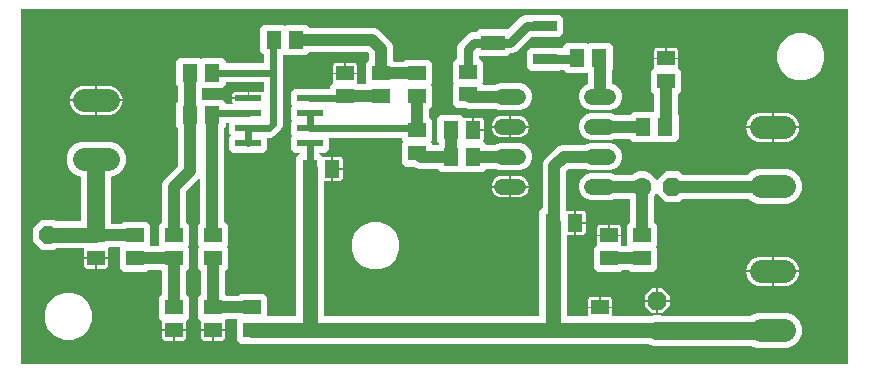
<source format=gbr>
G04 EAGLE Gerber RS-274X export*
G75*
%MOMM*%
%FSLAX34Y34*%
%LPD*%
%INBottom Copper*%
%IPPOS*%
%AMOC8*
5,1,8,0,0,1.08239X$1,22.5*%
G01*
%ADD10R,1.500000X1.300000*%
%ADD11R,1.300000X1.500000*%
%ADD12P,1.732040X8X112.500000*%
%ADD13C,1.600200*%
%ADD14P,1.732040X8X22.500000*%
%ADD15P,1.649562X8X22.500000*%
%ADD16R,2.000000X0.900000*%
%ADD17R,2.000000X1.300000*%
%ADD18R,2.200000X0.600000*%
%ADD19C,1.981200*%
%ADD20C,1.320800*%
%ADD21P,1.082390X8X22.500000*%
%ADD22C,0.600000*%
%ADD23C,1.000000*%
%ADD24C,1.500000*%
%ADD25C,1.300000*%
%ADD26C,0.800000*%

G36*
X700050Y-369D02*
X700050Y-369D01*
X700101Y-367D01*
X700133Y-349D01*
X700169Y-341D01*
X700208Y-308D01*
X700253Y-284D01*
X700274Y-254D01*
X700302Y-231D01*
X700323Y-184D01*
X700353Y-142D01*
X700361Y-100D01*
X700373Y-72D01*
X700372Y-42D01*
X700380Y0D01*
X700380Y300000D01*
X700369Y300050D01*
X700367Y300101D01*
X700349Y300133D01*
X700341Y300169D01*
X700308Y300208D01*
X700284Y300253D01*
X700254Y300274D01*
X700231Y300302D01*
X700184Y300323D01*
X700142Y300353D01*
X700100Y300361D01*
X700072Y300373D01*
X700042Y300372D01*
X700000Y300380D01*
X0Y300380D01*
X-50Y300369D01*
X-101Y300367D01*
X-133Y300349D01*
X-169Y300341D01*
X-208Y300308D01*
X-253Y300284D01*
X-274Y300254D01*
X-302Y300231D01*
X-323Y300184D01*
X-353Y300142D01*
X-361Y300100D01*
X-373Y300072D01*
X-372Y300042D01*
X-380Y300000D01*
X-380Y0D01*
X-369Y-50D01*
X-367Y-101D01*
X-349Y-133D01*
X-341Y-169D01*
X-308Y-208D01*
X-284Y-253D01*
X-254Y-274D01*
X-231Y-302D01*
X-184Y-323D01*
X-142Y-353D01*
X-100Y-361D01*
X-72Y-373D01*
X-42Y-372D01*
X0Y-380D01*
X700000Y-380D01*
X700050Y-369D01*
G37*
%LPC*%
G36*
X623383Y13207D02*
X623383Y13207D01*
X618257Y15330D01*
X618256Y15331D01*
X618254Y15332D01*
X618112Y15359D01*
X542367Y15359D01*
X542365Y15359D01*
X542364Y15359D01*
X542222Y15330D01*
X541082Y14858D01*
X535878Y14858D01*
X531070Y16850D01*
X531012Y16908D01*
X530947Y16948D01*
X530885Y16992D01*
X530873Y16994D01*
X530865Y16999D01*
X530828Y17003D01*
X530743Y17019D01*
X185975Y17019D01*
X182999Y19995D01*
X182999Y37139D01*
X182988Y37189D01*
X182986Y37240D01*
X182968Y37272D01*
X182960Y37308D01*
X182927Y37347D01*
X182903Y37392D01*
X182873Y37413D01*
X182850Y37441D01*
X182803Y37462D01*
X182761Y37492D01*
X182719Y37500D01*
X182691Y37512D01*
X182661Y37511D01*
X182619Y37519D01*
X173822Y37519D01*
X173748Y37502D01*
X173673Y37489D01*
X173663Y37482D01*
X173653Y37480D01*
X173624Y37456D01*
X173553Y37408D01*
X172540Y36395D01*
X172523Y36367D01*
X172507Y36354D01*
X172504Y36347D01*
X172491Y36335D01*
X172475Y36289D01*
X172449Y36248D01*
X172446Y36217D01*
X172436Y36196D01*
X172437Y36186D01*
X172432Y36172D01*
X172436Y36113D01*
X172432Y36075D01*
X172440Y36055D01*
X172442Y36028D01*
X172601Y35435D01*
X172601Y29361D01*
X162941Y29361D01*
X162891Y29350D01*
X162840Y29348D01*
X162808Y29330D01*
X162772Y29322D01*
X162733Y29289D01*
X162688Y29265D01*
X162667Y29235D01*
X162639Y29211D01*
X162618Y29165D01*
X162588Y29123D01*
X162580Y29081D01*
X162568Y29053D01*
X162569Y29023D01*
X162561Y28981D01*
X162561Y28599D01*
X162559Y28599D01*
X162559Y28981D01*
X162548Y29031D01*
X162546Y29082D01*
X162528Y29114D01*
X162520Y29150D01*
X162487Y29189D01*
X162463Y29234D01*
X162433Y29255D01*
X162409Y29283D01*
X162363Y29304D01*
X162321Y29334D01*
X162279Y29342D01*
X162251Y29354D01*
X162221Y29353D01*
X162179Y29361D01*
X152519Y29361D01*
X152519Y35435D01*
X152678Y36028D01*
X152679Y36040D01*
X152684Y36051D01*
X152683Y36077D01*
X152691Y36104D01*
X152682Y36152D01*
X152684Y36201D01*
X152677Y36215D01*
X152677Y36224D01*
X152666Y36244D01*
X152661Y36275D01*
X152627Y36324D01*
X152612Y36358D01*
X152598Y36370D01*
X152594Y36377D01*
X152590Y36380D01*
X152580Y36395D01*
X149979Y38995D01*
X149979Y56205D01*
X152368Y58593D01*
X152408Y58658D01*
X152452Y58720D01*
X152454Y58732D01*
X152459Y58740D01*
X152463Y58777D01*
X152479Y58862D01*
X152479Y78298D01*
X152462Y78372D01*
X152449Y78447D01*
X152442Y78457D01*
X152440Y78467D01*
X152416Y78496D01*
X152368Y78567D01*
X149979Y80955D01*
X149979Y98165D01*
X150606Y98791D01*
X150633Y98834D01*
X150667Y98872D01*
X150678Y98907D01*
X150697Y98938D01*
X150702Y98989D01*
X150717Y99038D01*
X150710Y99074D01*
X150714Y99111D01*
X150696Y99158D01*
X150687Y99209D01*
X150663Y99244D01*
X150652Y99273D01*
X150630Y99294D01*
X150606Y99329D01*
X149979Y99955D01*
X149979Y117165D01*
X151708Y118893D01*
X151748Y118958D01*
X151792Y119020D01*
X151794Y119032D01*
X151799Y119040D01*
X151803Y119077D01*
X151819Y119162D01*
X151819Y156965D01*
X151813Y156990D01*
X151816Y157016D01*
X151794Y157073D01*
X151780Y157134D01*
X151763Y157154D01*
X151754Y157178D01*
X151709Y157220D01*
X151670Y157267D01*
X151646Y157278D01*
X151627Y157295D01*
X151568Y157313D01*
X151511Y157338D01*
X151486Y157337D01*
X151461Y157345D01*
X151400Y157334D01*
X151338Y157332D01*
X151316Y157319D01*
X151290Y157315D01*
X151219Y157267D01*
X151186Y157249D01*
X151180Y157241D01*
X151170Y157234D01*
X139732Y145796D01*
X139692Y145731D01*
X139648Y145669D01*
X139646Y145657D01*
X139641Y145649D01*
X139637Y145612D01*
X139621Y145527D01*
X139621Y119822D01*
X139638Y119748D01*
X139651Y119673D01*
X139658Y119663D01*
X139660Y119653D01*
X139684Y119624D01*
X139732Y119553D01*
X142121Y117165D01*
X142121Y99955D01*
X141494Y99329D01*
X141467Y99286D01*
X141433Y99248D01*
X141422Y99213D01*
X141403Y99182D01*
X141398Y99131D01*
X141383Y99082D01*
X141390Y99046D01*
X141386Y99009D01*
X141404Y98962D01*
X141413Y98911D01*
X141437Y98876D01*
X141448Y98847D01*
X141470Y98826D01*
X141494Y98791D01*
X142121Y98165D01*
X142121Y80955D01*
X139732Y78567D01*
X139692Y78502D01*
X139648Y78440D01*
X139646Y78428D01*
X139641Y78420D01*
X139637Y78382D01*
X139621Y78298D01*
X139621Y58862D01*
X139638Y58788D01*
X139651Y58713D01*
X139658Y58703D01*
X139660Y58693D01*
X139684Y58664D01*
X139732Y58593D01*
X142121Y56205D01*
X142121Y38995D01*
X139520Y36395D01*
X139503Y36367D01*
X139487Y36354D01*
X139484Y36347D01*
X139471Y36335D01*
X139455Y36289D01*
X139429Y36248D01*
X139426Y36217D01*
X139416Y36196D01*
X139417Y36186D01*
X139412Y36172D01*
X139416Y36113D01*
X139412Y36075D01*
X139420Y36055D01*
X139422Y36028D01*
X139581Y35435D01*
X139581Y29361D01*
X129921Y29361D01*
X129871Y29350D01*
X129820Y29348D01*
X129788Y29330D01*
X129752Y29322D01*
X129713Y29289D01*
X129668Y29265D01*
X129647Y29235D01*
X129619Y29211D01*
X129598Y29165D01*
X129568Y29123D01*
X129560Y29081D01*
X129548Y29053D01*
X129549Y29023D01*
X129541Y28981D01*
X129541Y28599D01*
X129539Y28599D01*
X129539Y28981D01*
X129528Y29031D01*
X129526Y29082D01*
X129508Y29114D01*
X129500Y29150D01*
X129467Y29189D01*
X129443Y29234D01*
X129413Y29255D01*
X129389Y29283D01*
X129343Y29304D01*
X129301Y29334D01*
X129259Y29342D01*
X129231Y29354D01*
X129201Y29353D01*
X129159Y29361D01*
X119499Y29361D01*
X119499Y35435D01*
X119658Y36028D01*
X119659Y36040D01*
X119664Y36051D01*
X119663Y36077D01*
X119671Y36104D01*
X119662Y36152D01*
X119664Y36201D01*
X119657Y36215D01*
X119657Y36224D01*
X119646Y36244D01*
X119641Y36275D01*
X119607Y36324D01*
X119592Y36358D01*
X119578Y36370D01*
X119574Y36377D01*
X119570Y36380D01*
X119560Y36395D01*
X116959Y38995D01*
X116959Y56205D01*
X119348Y58593D01*
X119388Y58658D01*
X119432Y58720D01*
X119434Y58732D01*
X119439Y58740D01*
X119443Y58777D01*
X119459Y58862D01*
X119459Y78298D01*
X119442Y78372D01*
X119429Y78447D01*
X119422Y78457D01*
X119420Y78467D01*
X119396Y78496D01*
X119348Y78567D01*
X118547Y79368D01*
X118482Y79408D01*
X118420Y79452D01*
X118408Y79454D01*
X118400Y79459D01*
X118363Y79463D01*
X118278Y79479D01*
X107782Y79479D01*
X107708Y79462D01*
X107633Y79449D01*
X107623Y79442D01*
X107613Y79440D01*
X107584Y79416D01*
X107513Y79368D01*
X106125Y77979D01*
X86915Y77979D01*
X83939Y80955D01*
X83939Y98099D01*
X83928Y98149D01*
X83926Y98200D01*
X83908Y98232D01*
X83900Y98268D01*
X83867Y98307D01*
X83843Y98352D01*
X83813Y98373D01*
X83790Y98401D01*
X83743Y98422D01*
X83701Y98452D01*
X83659Y98460D01*
X83631Y98472D01*
X83601Y98471D01*
X83559Y98479D01*
X74762Y98479D01*
X74688Y98462D01*
X74613Y98449D01*
X74603Y98442D01*
X74593Y98440D01*
X74564Y98416D01*
X74493Y98368D01*
X73480Y97355D01*
X73460Y97322D01*
X73431Y97295D01*
X73415Y97249D01*
X73389Y97208D01*
X73385Y97169D01*
X73372Y97132D01*
X73376Y97073D01*
X73372Y97035D01*
X73380Y97015D01*
X73382Y96988D01*
X73541Y96395D01*
X73541Y90321D01*
X63881Y90321D01*
X63831Y90310D01*
X63780Y90308D01*
X63748Y90290D01*
X63712Y90282D01*
X63673Y90249D01*
X63628Y90225D01*
X63607Y90195D01*
X63579Y90171D01*
X63558Y90125D01*
X63528Y90083D01*
X63520Y90041D01*
X63508Y90013D01*
X63509Y89983D01*
X63501Y89941D01*
X63501Y89559D01*
X63499Y89559D01*
X63499Y89941D01*
X63488Y89991D01*
X63486Y90042D01*
X63468Y90074D01*
X63460Y90110D01*
X63427Y90149D01*
X63403Y90194D01*
X63373Y90215D01*
X63349Y90243D01*
X63303Y90264D01*
X63261Y90294D01*
X63219Y90302D01*
X63191Y90314D01*
X63161Y90313D01*
X63119Y90321D01*
X53459Y90321D01*
X53459Y96395D01*
X53618Y96988D01*
X53619Y97027D01*
X53631Y97064D01*
X53622Y97112D01*
X53624Y97161D01*
X53608Y97196D01*
X53601Y97235D01*
X53567Y97284D01*
X53552Y97318D01*
X53535Y97332D01*
X53520Y97355D01*
X53347Y97528D01*
X53282Y97568D01*
X53220Y97612D01*
X53208Y97614D01*
X53200Y97619D01*
X53163Y97623D01*
X53078Y97639D01*
X29398Y97639D01*
X29324Y97622D01*
X29250Y97609D01*
X29239Y97602D01*
X29230Y97600D01*
X29201Y97576D01*
X29129Y97528D01*
X28121Y96519D01*
X17599Y96519D01*
X10159Y103959D01*
X10159Y114481D01*
X17599Y121921D01*
X28121Y121921D01*
X29129Y120912D01*
X29194Y120872D01*
X29256Y120828D01*
X29268Y120826D01*
X29277Y120821D01*
X29314Y120817D01*
X29398Y120801D01*
X50539Y120801D01*
X50589Y120812D01*
X50640Y120814D01*
X50672Y120832D01*
X50708Y120840D01*
X50747Y120873D01*
X50792Y120897D01*
X50813Y120927D01*
X50841Y120950D01*
X50862Y120997D01*
X50892Y121039D01*
X50900Y121081D01*
X50912Y121109D01*
X50911Y121139D01*
X50919Y121181D01*
X50919Y157607D01*
X50908Y157657D01*
X50906Y157708D01*
X50897Y157723D01*
X50896Y157732D01*
X50886Y157748D01*
X50880Y157776D01*
X50847Y157815D01*
X50823Y157860D01*
X50809Y157870D01*
X50804Y157878D01*
X50785Y157891D01*
X50770Y157909D01*
X50730Y157927D01*
X50688Y157955D01*
X50681Y157960D01*
X50678Y157960D01*
X45105Y160269D01*
X40889Y164485D01*
X38607Y169993D01*
X38607Y175955D01*
X40889Y181463D01*
X45105Y185679D01*
X50613Y187961D01*
X76387Y187961D01*
X81895Y185679D01*
X86111Y181463D01*
X88393Y175955D01*
X88393Y169993D01*
X86111Y164485D01*
X81895Y160269D01*
X76317Y157958D01*
X76307Y157951D01*
X76292Y157948D01*
X76253Y157915D01*
X76208Y157891D01*
X76193Y157869D01*
X76176Y157857D01*
X76172Y157848D01*
X76159Y157838D01*
X76138Y157791D01*
X76108Y157749D01*
X76102Y157718D01*
X76095Y157704D01*
X76095Y157695D01*
X76088Y157679D01*
X76089Y157649D01*
X76081Y157607D01*
X76081Y119021D01*
X76092Y118971D01*
X76094Y118920D01*
X76112Y118888D01*
X76120Y118852D01*
X76153Y118813D01*
X76177Y118768D01*
X76207Y118747D01*
X76230Y118719D01*
X76277Y118698D01*
X76319Y118668D01*
X76361Y118660D01*
X76389Y118648D01*
X76419Y118649D01*
X76461Y118641D01*
X85258Y118641D01*
X85332Y118658D01*
X85407Y118671D01*
X85417Y118678D01*
X85427Y118680D01*
X85456Y118704D01*
X85527Y118752D01*
X86915Y120141D01*
X106125Y120141D01*
X109101Y117165D01*
X109101Y100021D01*
X109112Y99971D01*
X109114Y99920D01*
X109132Y99888D01*
X109140Y99852D01*
X109173Y99813D01*
X109197Y99768D01*
X109227Y99747D01*
X109250Y99719D01*
X109297Y99698D01*
X109339Y99668D01*
X109381Y99660D01*
X109409Y99648D01*
X109439Y99649D01*
X109481Y99641D01*
X116579Y99641D01*
X116629Y99652D01*
X116680Y99654D01*
X116712Y99672D01*
X116748Y99680D01*
X116787Y99713D01*
X116832Y99737D01*
X116853Y99767D01*
X116881Y99790D01*
X116902Y99837D01*
X116932Y99879D01*
X116940Y99921D01*
X116952Y99949D01*
X116951Y99979D01*
X116959Y100021D01*
X116959Y117165D01*
X119348Y119553D01*
X119388Y119618D01*
X119432Y119680D01*
X119434Y119692D01*
X119439Y119700D01*
X119443Y119737D01*
X119459Y119822D01*
X119459Y151865D01*
X120994Y155570D01*
X132708Y167284D01*
X132748Y167349D01*
X132792Y167411D01*
X132794Y167423D01*
X132799Y167431D01*
X132803Y167468D01*
X132819Y167553D01*
X132819Y199558D01*
X132802Y199632D01*
X132789Y199707D01*
X132782Y199717D01*
X132780Y199727D01*
X132756Y199756D01*
X132708Y199827D01*
X131319Y201215D01*
X131319Y220425D01*
X132708Y221813D01*
X132718Y221829D01*
X132725Y221835D01*
X132735Y221857D01*
X132748Y221878D01*
X132792Y221940D01*
X132794Y221952D01*
X132799Y221960D01*
X132803Y221997D01*
X132819Y222082D01*
X132819Y235118D01*
X132802Y235192D01*
X132789Y235267D01*
X132782Y235277D01*
X132780Y235287D01*
X132756Y235316D01*
X132708Y235387D01*
X131319Y236775D01*
X131319Y255985D01*
X134295Y258961D01*
X151505Y258961D01*
X152131Y258334D01*
X152174Y258307D01*
X152212Y258273D01*
X152247Y258262D01*
X152278Y258243D01*
X152329Y258238D01*
X152378Y258223D01*
X152414Y258230D01*
X152451Y258226D01*
X152498Y258244D01*
X152549Y258253D01*
X152584Y258277D01*
X152613Y258288D01*
X152634Y258310D01*
X152669Y258334D01*
X153295Y258961D01*
X170505Y258961D01*
X173481Y255985D01*
X173481Y254841D01*
X173492Y254791D01*
X173494Y254740D01*
X173512Y254708D01*
X173520Y254672D01*
X173553Y254633D01*
X173577Y254588D01*
X173607Y254567D01*
X173630Y254539D01*
X173677Y254518D01*
X173719Y254488D01*
X173761Y254480D01*
X173789Y254468D01*
X173819Y254469D01*
X173861Y254461D01*
X204899Y254461D01*
X204949Y254472D01*
X205000Y254474D01*
X205032Y254492D01*
X205068Y254500D01*
X205107Y254533D01*
X205152Y254557D01*
X205173Y254587D01*
X205201Y254610D01*
X205222Y254657D01*
X205252Y254699D01*
X205260Y254741D01*
X205272Y254769D01*
X205271Y254799D01*
X205279Y254841D01*
X205279Y261718D01*
X205262Y261792D01*
X205249Y261867D01*
X205242Y261877D01*
X205240Y261887D01*
X205216Y261916D01*
X205168Y261987D01*
X202439Y264715D01*
X202439Y283925D01*
X205415Y286901D01*
X222625Y286901D01*
X223251Y286274D01*
X223294Y286247D01*
X223332Y286213D01*
X223367Y286202D01*
X223398Y286183D01*
X223449Y286178D01*
X223498Y286163D01*
X223534Y286170D01*
X223571Y286166D01*
X223618Y286184D01*
X223669Y286193D01*
X223704Y286217D01*
X223733Y286228D01*
X223754Y286250D01*
X223789Y286274D01*
X224415Y286901D01*
X241625Y286901D01*
X244013Y284512D01*
X244078Y284472D01*
X244140Y284428D01*
X244152Y284426D01*
X244160Y284421D01*
X244197Y284417D01*
X244282Y284401D01*
X299185Y284401D01*
X302890Y282866D01*
X313346Y272410D01*
X314881Y268705D01*
X314881Y256982D01*
X314898Y256908D01*
X314911Y256833D01*
X314918Y256823D01*
X314920Y256813D01*
X314944Y256784D01*
X314992Y256713D01*
X315793Y255912D01*
X315858Y255872D01*
X315920Y255828D01*
X315932Y255826D01*
X315940Y255821D01*
X315977Y255817D01*
X316062Y255801D01*
X324018Y255801D01*
X324092Y255818D01*
X324167Y255831D01*
X324177Y255838D01*
X324187Y255840D01*
X324216Y255864D01*
X324287Y255912D01*
X325675Y257301D01*
X344885Y257301D01*
X347861Y254325D01*
X347861Y237115D01*
X347234Y236489D01*
X347207Y236446D01*
X347173Y236408D01*
X347162Y236373D01*
X347143Y236342D01*
X347138Y236291D01*
X347123Y236242D01*
X347130Y236206D01*
X347126Y236169D01*
X347144Y236122D01*
X347153Y236071D01*
X347177Y236036D01*
X347188Y236007D01*
X347210Y235986D01*
X347234Y235951D01*
X347861Y235325D01*
X347861Y218115D01*
X345472Y215727D01*
X345432Y215662D01*
X345388Y215600D01*
X345386Y215588D01*
X345381Y215580D01*
X345377Y215543D01*
X345361Y215458D01*
X345361Y208722D01*
X345374Y208665D01*
X345374Y208657D01*
X345377Y208651D01*
X345378Y208648D01*
X345391Y208573D01*
X345398Y208563D01*
X345400Y208553D01*
X345424Y208524D01*
X345472Y208453D01*
X347861Y206065D01*
X347861Y188855D01*
X347234Y188229D01*
X347207Y188186D01*
X347173Y188148D01*
X347162Y188113D01*
X347143Y188082D01*
X347138Y188031D01*
X347123Y187982D01*
X347130Y187946D01*
X347126Y187909D01*
X347144Y187862D01*
X347153Y187811D01*
X347177Y187776D01*
X347188Y187747D01*
X347210Y187726D01*
X347234Y187691D01*
X347861Y187065D01*
X347861Y185721D01*
X347872Y185671D01*
X347874Y185620D01*
X347892Y185588D01*
X347900Y185552D01*
X347933Y185513D01*
X347957Y185468D01*
X347987Y185447D01*
X348010Y185419D01*
X348057Y185398D01*
X348099Y185368D01*
X348141Y185360D01*
X348169Y185348D01*
X348199Y185349D01*
X348241Y185341D01*
X352618Y185341D01*
X352692Y185358D01*
X352767Y185371D01*
X352777Y185378D01*
X352787Y185380D01*
X352816Y185404D01*
X352887Y185452D01*
X353688Y186253D01*
X353728Y186318D01*
X353772Y186380D01*
X353774Y186392D01*
X353779Y186400D01*
X353783Y186437D01*
X353799Y186522D01*
X353799Y186858D01*
X353782Y186932D01*
X353769Y187007D01*
X353762Y187017D01*
X353760Y187027D01*
X353736Y187056D01*
X353688Y187127D01*
X352299Y188515D01*
X352299Y207725D01*
X355275Y210701D01*
X372485Y210701D01*
X375085Y208100D01*
X375118Y208080D01*
X375145Y208051D01*
X375188Y208036D01*
X375204Y208024D01*
X375209Y208023D01*
X375232Y208009D01*
X375271Y208005D01*
X375308Y207992D01*
X375367Y207996D01*
X375405Y207992D01*
X375425Y208000D01*
X375452Y208002D01*
X376045Y208161D01*
X382119Y208161D01*
X382119Y198501D01*
X382130Y198451D01*
X382132Y198400D01*
X382150Y198368D01*
X382158Y198332D01*
X382191Y198293D01*
X382215Y198248D01*
X382245Y198227D01*
X382268Y198199D01*
X382315Y198178D01*
X382357Y198148D01*
X382399Y198140D01*
X382427Y198128D01*
X382457Y198129D01*
X382499Y198121D01*
X382881Y198121D01*
X382881Y197739D01*
X382892Y197689D01*
X382894Y197638D01*
X382912Y197606D01*
X382920Y197570D01*
X382953Y197531D01*
X382977Y197486D01*
X383007Y197465D01*
X383031Y197437D01*
X383077Y197416D01*
X383119Y197386D01*
X383161Y197378D01*
X383189Y197366D01*
X383219Y197367D01*
X383261Y197359D01*
X391921Y197359D01*
X391921Y190285D01*
X391748Y189639D01*
X391413Y189060D01*
X390940Y188587D01*
X390877Y188550D01*
X390822Y188499D01*
X390764Y188452D01*
X390759Y188440D01*
X390750Y188432D01*
X390724Y188362D01*
X390693Y188293D01*
X390694Y188281D01*
X390690Y188270D01*
X390697Y188195D01*
X390700Y188120D01*
X390706Y188109D01*
X390707Y188097D01*
X390747Y188034D01*
X390783Y187968D01*
X390793Y187961D01*
X390799Y187951D01*
X390863Y187911D01*
X390924Y187868D01*
X390938Y187866D01*
X390947Y187860D01*
X390985Y187857D01*
X391067Y187841D01*
X391485Y187841D01*
X393873Y185452D01*
X393938Y185412D01*
X394000Y185368D01*
X394012Y185366D01*
X394020Y185361D01*
X394057Y185357D01*
X394142Y185341D01*
X401144Y185341D01*
X401146Y185341D01*
X401147Y185341D01*
X401289Y185370D01*
X405092Y186945D01*
X422948Y186945D01*
X427243Y185166D01*
X430530Y181879D01*
X432309Y177584D01*
X432309Y172936D01*
X430530Y168641D01*
X427243Y165354D01*
X422948Y163575D01*
X405092Y163575D01*
X401289Y165150D01*
X401287Y165151D01*
X401286Y165152D01*
X401144Y165179D01*
X394142Y165179D01*
X394068Y165162D01*
X393993Y165149D01*
X393983Y165142D01*
X393973Y165140D01*
X393944Y165116D01*
X393873Y165068D01*
X391485Y162679D01*
X374275Y162679D01*
X373649Y163306D01*
X373606Y163333D01*
X373568Y163367D01*
X373533Y163378D01*
X373502Y163397D01*
X373451Y163402D01*
X373402Y163417D01*
X373366Y163410D01*
X373329Y163414D01*
X373282Y163396D01*
X373231Y163387D01*
X373196Y163363D01*
X373167Y163352D01*
X373146Y163330D01*
X373111Y163306D01*
X372485Y162679D01*
X355275Y162679D01*
X352887Y165068D01*
X352822Y165108D01*
X352760Y165152D01*
X352748Y165154D01*
X352740Y165159D01*
X352703Y165163D01*
X352618Y165179D01*
X336475Y165179D01*
X332770Y166714D01*
X332716Y166768D01*
X332651Y166808D01*
X332589Y166852D01*
X332577Y166854D01*
X332569Y166859D01*
X332532Y166863D01*
X332447Y166879D01*
X325675Y166879D01*
X322699Y169855D01*
X322699Y187065D01*
X323326Y187691D01*
X323353Y187734D01*
X323387Y187772D01*
X323398Y187807D01*
X323417Y187838D01*
X323422Y187889D01*
X323437Y187938D01*
X323430Y187974D01*
X323434Y188011D01*
X323416Y188058D01*
X323407Y188109D01*
X323383Y188144D01*
X323372Y188173D01*
X323350Y188194D01*
X323326Y188229D01*
X322699Y188855D01*
X322699Y190929D01*
X322688Y190979D01*
X322686Y191030D01*
X322668Y191062D01*
X322660Y191098D01*
X322627Y191137D01*
X322603Y191182D01*
X322573Y191203D01*
X322550Y191231D01*
X322503Y191252D01*
X322461Y191282D01*
X322419Y191290D01*
X322391Y191302D01*
X322361Y191301D01*
X322319Y191309D01*
X260901Y191309D01*
X260851Y191298D01*
X260800Y191296D01*
X260768Y191278D01*
X260732Y191270D01*
X260693Y191237D01*
X260648Y191213D01*
X260627Y191183D01*
X260599Y191160D01*
X260578Y191113D01*
X260548Y191071D01*
X260540Y191029D01*
X260528Y191001D01*
X260529Y190971D01*
X260521Y190929D01*
X260521Y181585D01*
X257545Y178609D01*
X252901Y178609D01*
X252851Y178598D01*
X252800Y178596D01*
X252768Y178578D01*
X252732Y178570D01*
X252693Y178537D01*
X252648Y178513D01*
X252627Y178483D01*
X252599Y178460D01*
X252578Y178413D01*
X252548Y178371D01*
X252540Y178329D01*
X252528Y178301D01*
X252529Y178271D01*
X252521Y178229D01*
X252521Y178061D01*
X252532Y178011D01*
X252534Y177960D01*
X252552Y177928D01*
X252560Y177892D01*
X252593Y177853D01*
X252617Y177808D01*
X252647Y177787D01*
X252670Y177759D01*
X252717Y177738D01*
X252759Y177708D01*
X252801Y177700D01*
X252829Y177688D01*
X252859Y177689D01*
X252901Y177681D01*
X253105Y177681D01*
X255705Y175080D01*
X255738Y175060D01*
X255765Y175031D01*
X255811Y175015D01*
X255852Y174989D01*
X255891Y174985D01*
X255928Y174972D01*
X255987Y174976D01*
X256025Y174972D01*
X256045Y174980D01*
X256072Y174982D01*
X256665Y175141D01*
X262739Y175141D01*
X262739Y165481D01*
X262750Y165431D01*
X262752Y165380D01*
X262770Y165348D01*
X262778Y165312D01*
X262811Y165273D01*
X262835Y165228D01*
X262865Y165207D01*
X262888Y165179D01*
X262935Y165158D01*
X262977Y165128D01*
X263019Y165120D01*
X263047Y165108D01*
X263077Y165109D01*
X263119Y165101D01*
X263501Y165101D01*
X263501Y165099D01*
X263119Y165099D01*
X263069Y165088D01*
X263018Y165086D01*
X262986Y165068D01*
X262950Y165060D01*
X262911Y165027D01*
X262866Y165003D01*
X262845Y164973D01*
X262817Y164949D01*
X262796Y164903D01*
X262766Y164861D01*
X262758Y164819D01*
X262746Y164791D01*
X262747Y164761D01*
X262739Y164719D01*
X262739Y155059D01*
X256666Y155059D01*
X256559Y155088D01*
X256546Y155088D01*
X256533Y155094D01*
X256460Y155091D01*
X256386Y155093D01*
X256374Y155088D01*
X256360Y155087D01*
X256296Y155052D01*
X256229Y155021D01*
X256220Y155011D01*
X256208Y155004D01*
X256166Y154944D01*
X256119Y154887D01*
X256116Y154874D01*
X256108Y154863D01*
X256081Y154720D01*
X256081Y40561D01*
X256092Y40511D01*
X256094Y40460D01*
X256112Y40428D01*
X256120Y40392D01*
X256153Y40353D01*
X256177Y40308D01*
X256207Y40287D01*
X256230Y40259D01*
X256277Y40238D01*
X256319Y40208D01*
X256361Y40200D01*
X256389Y40188D01*
X256419Y40189D01*
X256461Y40181D01*
X438279Y40181D01*
X438329Y40192D01*
X438380Y40194D01*
X438412Y40212D01*
X438448Y40220D01*
X438487Y40253D01*
X438532Y40277D01*
X438553Y40307D01*
X438581Y40330D01*
X438602Y40377D01*
X438632Y40419D01*
X438640Y40461D01*
X438652Y40489D01*
X438651Y40519D01*
X438659Y40561D01*
X438659Y128985D01*
X441318Y131643D01*
X441358Y131708D01*
X441402Y131770D01*
X441404Y131782D01*
X441409Y131790D01*
X441413Y131827D01*
X441422Y131873D01*
X441422Y131874D01*
X441422Y131876D01*
X441429Y131912D01*
X441429Y169035D01*
X442964Y172740D01*
X454030Y183806D01*
X457735Y185341D01*
X477344Y185341D01*
X477346Y185341D01*
X477347Y185341D01*
X477489Y185370D01*
X481292Y186945D01*
X499148Y186945D01*
X503443Y185166D01*
X506730Y181879D01*
X508509Y177584D01*
X508509Y172936D01*
X506730Y168641D01*
X503443Y165354D01*
X499148Y163575D01*
X481292Y163575D01*
X477489Y165150D01*
X477487Y165151D01*
X477486Y165152D01*
X477344Y165179D01*
X464073Y165179D01*
X463999Y165162D01*
X463924Y165149D01*
X463914Y165142D01*
X463904Y165140D01*
X463876Y165116D01*
X463804Y165068D01*
X461702Y162966D01*
X461662Y162901D01*
X461618Y162839D01*
X461616Y162827D01*
X461611Y162819D01*
X461607Y162782D01*
X461591Y162697D01*
X461591Y129698D01*
X461594Y129685D01*
X461592Y129671D01*
X461613Y129601D01*
X461630Y129529D01*
X461639Y129519D01*
X461643Y129506D01*
X461694Y129452D01*
X461740Y129396D01*
X461753Y129390D01*
X461762Y129380D01*
X461831Y129355D01*
X461899Y129325D01*
X461912Y129325D01*
X461925Y129321D01*
X462069Y129331D01*
X462072Y129331D01*
X462405Y129421D01*
X468479Y129421D01*
X468479Y119761D01*
X468490Y119711D01*
X468492Y119660D01*
X468510Y119628D01*
X468518Y119592D01*
X468551Y119553D01*
X468575Y119508D01*
X468605Y119487D01*
X468628Y119459D01*
X468675Y119438D01*
X468717Y119408D01*
X468759Y119400D01*
X468787Y119388D01*
X468817Y119389D01*
X468859Y119381D01*
X469241Y119381D01*
X469241Y119379D01*
X468859Y119379D01*
X468809Y119368D01*
X468758Y119366D01*
X468726Y119348D01*
X468690Y119340D01*
X468651Y119307D01*
X468606Y119283D01*
X468585Y119253D01*
X468557Y119229D01*
X468536Y119183D01*
X468506Y119141D01*
X468498Y119099D01*
X468486Y119071D01*
X468487Y119041D01*
X468479Y118999D01*
X468479Y109339D01*
X462406Y109339D01*
X462299Y109368D01*
X462286Y109368D01*
X462273Y109374D01*
X462200Y109371D01*
X462126Y109373D01*
X462114Y109368D01*
X462100Y109367D01*
X462036Y109332D01*
X461969Y109301D01*
X461960Y109291D01*
X461948Y109284D01*
X461906Y109224D01*
X461859Y109167D01*
X461856Y109154D01*
X461848Y109143D01*
X461821Y109000D01*
X461821Y40561D01*
X461832Y40511D01*
X461834Y40460D01*
X461852Y40428D01*
X461860Y40392D01*
X461893Y40353D01*
X461917Y40308D01*
X461947Y40287D01*
X461970Y40259D01*
X462017Y40238D01*
X462059Y40208D01*
X462101Y40200D01*
X462129Y40188D01*
X462159Y40189D01*
X462201Y40181D01*
X479840Y40181D01*
X479854Y40184D01*
X479867Y40182D01*
X479937Y40203D01*
X480009Y40220D01*
X480020Y40229D01*
X480033Y40233D01*
X480086Y40283D01*
X480143Y40330D01*
X480148Y40343D01*
X480158Y40352D01*
X480184Y40421D01*
X480214Y40489D01*
X480213Y40502D01*
X480218Y40515D01*
X480208Y40659D01*
X480179Y40766D01*
X480179Y46839D01*
X489839Y46839D01*
X489889Y46850D01*
X489940Y46852D01*
X489972Y46870D01*
X490008Y46878D01*
X490047Y46911D01*
X490092Y46935D01*
X490113Y46965D01*
X490141Y46988D01*
X490162Y47035D01*
X490192Y47077D01*
X490200Y47119D01*
X490212Y47147D01*
X490211Y47177D01*
X490219Y47219D01*
X490219Y47601D01*
X490221Y47601D01*
X490221Y47219D01*
X490232Y47169D01*
X490234Y47118D01*
X490252Y47086D01*
X490260Y47050D01*
X490293Y47011D01*
X490317Y46966D01*
X490347Y46945D01*
X490371Y46917D01*
X490417Y46896D01*
X490459Y46866D01*
X490501Y46858D01*
X490529Y46846D01*
X490559Y46847D01*
X490601Y46839D01*
X500261Y46839D01*
X500261Y40766D01*
X500232Y40659D01*
X500232Y40646D01*
X500226Y40633D01*
X500229Y40560D01*
X500227Y40486D01*
X500232Y40474D01*
X500233Y40460D01*
X500268Y40396D01*
X500299Y40329D01*
X500309Y40320D01*
X500316Y40308D01*
X500376Y40266D01*
X500433Y40219D01*
X500446Y40216D01*
X500457Y40208D01*
X500600Y40181D01*
X533772Y40181D01*
X533774Y40181D01*
X533775Y40181D01*
X533917Y40210D01*
X535878Y41022D01*
X541082Y41022D01*
X542222Y40550D01*
X542224Y40549D01*
X542225Y40548D01*
X542367Y40521D01*
X617339Y40521D01*
X617413Y40538D01*
X617488Y40551D01*
X617498Y40558D01*
X617507Y40560D01*
X617536Y40584D01*
X617608Y40632D01*
X617875Y40899D01*
X623383Y43181D01*
X649157Y43181D01*
X654665Y40899D01*
X658881Y36683D01*
X661163Y31175D01*
X661163Y25213D01*
X658881Y19705D01*
X654665Y15489D01*
X649157Y13207D01*
X623383Y13207D01*
G37*
%LPD*%
G36*
X232589Y40192D02*
X232589Y40192D01*
X232640Y40194D01*
X232672Y40212D01*
X232708Y40220D01*
X232747Y40253D01*
X232792Y40277D01*
X232813Y40307D01*
X232841Y40330D01*
X232862Y40377D01*
X232892Y40419D01*
X232900Y40461D01*
X232912Y40489D01*
X232911Y40519D01*
X232919Y40561D01*
X232919Y174705D01*
X235895Y177681D01*
X235979Y177681D01*
X236029Y177692D01*
X236080Y177694D01*
X236112Y177712D01*
X236148Y177720D01*
X236187Y177753D01*
X236232Y177777D01*
X236253Y177807D01*
X236281Y177830D01*
X236302Y177877D01*
X236332Y177919D01*
X236340Y177961D01*
X236352Y177989D01*
X236351Y178019D01*
X236359Y178061D01*
X236359Y178229D01*
X236348Y178279D01*
X236346Y178330D01*
X236328Y178362D01*
X236320Y178398D01*
X236287Y178437D01*
X236263Y178482D01*
X236233Y178503D01*
X236210Y178531D01*
X236163Y178552D01*
X236121Y178582D01*
X236079Y178590D01*
X236051Y178602D01*
X236021Y178601D01*
X235979Y178609D01*
X231335Y178609D01*
X228359Y181585D01*
X228359Y191795D01*
X229336Y192771D01*
X229363Y192814D01*
X229397Y192852D01*
X229408Y192887D01*
X229427Y192918D01*
X229432Y192969D01*
X229447Y193018D01*
X229440Y193054D01*
X229444Y193091D01*
X229426Y193138D01*
X229417Y193189D01*
X229393Y193224D01*
X229382Y193253D01*
X229360Y193274D01*
X229336Y193309D01*
X228359Y194285D01*
X228359Y204495D01*
X229336Y205471D01*
X229344Y205484D01*
X229345Y205485D01*
X229346Y205487D01*
X229363Y205514D01*
X229397Y205552D01*
X229408Y205587D01*
X229427Y205618D01*
X229432Y205669D01*
X229447Y205718D01*
X229440Y205754D01*
X229444Y205791D01*
X229426Y205838D01*
X229417Y205889D01*
X229393Y205924D01*
X229382Y205953D01*
X229360Y205974D01*
X229336Y206009D01*
X228359Y206985D01*
X228359Y217195D01*
X229336Y218171D01*
X229363Y218214D01*
X229397Y218252D01*
X229408Y218287D01*
X229427Y218318D01*
X229432Y218369D01*
X229447Y218418D01*
X229440Y218454D01*
X229444Y218491D01*
X229426Y218538D01*
X229417Y218589D01*
X229393Y218624D01*
X229382Y218653D01*
X229360Y218674D01*
X229336Y218709D01*
X228359Y219685D01*
X228359Y229895D01*
X231335Y232871D01*
X261359Y232871D01*
X261409Y232882D01*
X261460Y232884D01*
X261492Y232902D01*
X261528Y232910D01*
X261567Y232943D01*
X261612Y232967D01*
X261633Y232997D01*
X261661Y233020D01*
X261682Y233067D01*
X261712Y233109D01*
X261720Y233151D01*
X261732Y233179D01*
X261731Y233209D01*
X261739Y233251D01*
X261739Y235325D01*
X264340Y237925D01*
X264360Y237958D01*
X264389Y237985D01*
X264405Y238031D01*
X264431Y238072D01*
X264435Y238111D01*
X264448Y238148D01*
X264444Y238207D01*
X264448Y238245D01*
X264440Y238265D01*
X264438Y238292D01*
X264279Y238885D01*
X264279Y244959D01*
X273939Y244959D01*
X273989Y244970D01*
X274040Y244972D01*
X274072Y244990D01*
X274108Y244998D01*
X274147Y245031D01*
X274192Y245055D01*
X274213Y245085D01*
X274241Y245108D01*
X274262Y245155D01*
X274292Y245197D01*
X274300Y245239D01*
X274312Y245267D01*
X274311Y245297D01*
X274319Y245339D01*
X274319Y245721D01*
X274321Y245721D01*
X274321Y245339D01*
X274332Y245289D01*
X274334Y245238D01*
X274352Y245206D01*
X274360Y245170D01*
X274393Y245131D01*
X274417Y245086D01*
X274447Y245065D01*
X274471Y245037D01*
X274517Y245016D01*
X274559Y244986D01*
X274601Y244978D01*
X274629Y244966D01*
X274659Y244967D01*
X274701Y244959D01*
X284361Y244959D01*
X284361Y238885D01*
X284202Y238292D01*
X284201Y238253D01*
X284189Y238216D01*
X284198Y238168D01*
X284196Y238119D01*
X284212Y238084D01*
X284219Y238045D01*
X284253Y237996D01*
X284268Y237962D01*
X284285Y237948D01*
X284300Y237925D01*
X285313Y236912D01*
X285378Y236872D01*
X285440Y236828D01*
X285452Y236826D01*
X285460Y236821D01*
X285497Y236817D01*
X285582Y236801D01*
X291839Y236801D01*
X291889Y236812D01*
X291940Y236814D01*
X291972Y236832D01*
X292008Y236840D01*
X292047Y236873D01*
X292092Y236897D01*
X292113Y236927D01*
X292141Y236950D01*
X292162Y236997D01*
X292192Y237039D01*
X292200Y237081D01*
X292212Y237109D01*
X292211Y237139D01*
X292219Y237181D01*
X292219Y254325D01*
X294608Y256713D01*
X294648Y256778D01*
X294692Y256840D01*
X294694Y256852D01*
X294699Y256860D01*
X294703Y256897D01*
X294719Y256982D01*
X294719Y262367D01*
X294702Y262441D01*
X294701Y262445D01*
X294700Y262473D01*
X294695Y262483D01*
X294689Y262516D01*
X294682Y262526D01*
X294680Y262536D01*
X294656Y262564D01*
X294628Y262607D01*
X294617Y262625D01*
X294613Y262629D01*
X294608Y262636D01*
X293116Y264128D01*
X293051Y264168D01*
X292989Y264212D01*
X292977Y264214D01*
X292969Y264219D01*
X292932Y264223D01*
X292847Y264239D01*
X244282Y264239D01*
X244208Y264222D01*
X244133Y264209D01*
X244123Y264202D01*
X244113Y264200D01*
X244084Y264176D01*
X244013Y264128D01*
X241625Y261739D01*
X224415Y261739D01*
X223789Y262366D01*
X223746Y262393D01*
X223708Y262427D01*
X223673Y262438D01*
X223642Y262457D01*
X223591Y262462D01*
X223542Y262477D01*
X223506Y262470D01*
X223469Y262474D01*
X223422Y262456D01*
X223371Y262447D01*
X223336Y262423D01*
X223307Y262412D01*
X223286Y262390D01*
X223251Y262366D01*
X222625Y261739D01*
X221821Y261739D01*
X221771Y261728D01*
X221720Y261726D01*
X221688Y261708D01*
X221652Y261700D01*
X221613Y261667D01*
X221568Y261643D01*
X221547Y261613D01*
X221519Y261590D01*
X221498Y261543D01*
X221468Y261501D01*
X221460Y261459D01*
X221448Y261431D01*
X221449Y261401D01*
X221441Y261359D01*
X221441Y201593D01*
X220211Y198623D01*
X217884Y196296D01*
X216454Y194866D01*
X214127Y192539D01*
X211157Y191309D01*
X208901Y191309D01*
X208851Y191298D01*
X208800Y191296D01*
X208768Y191278D01*
X208732Y191270D01*
X208693Y191237D01*
X208648Y191213D01*
X208627Y191183D01*
X208599Y191160D01*
X208578Y191113D01*
X208548Y191071D01*
X208540Y191029D01*
X208528Y191001D01*
X208529Y190971D01*
X208521Y190929D01*
X208521Y181585D01*
X205545Y178609D01*
X179335Y178609D01*
X176359Y181585D01*
X176359Y191795D01*
X177336Y192771D01*
X177363Y192814D01*
X177397Y192852D01*
X177408Y192887D01*
X177427Y192918D01*
X177432Y192969D01*
X177447Y193018D01*
X177440Y193054D01*
X177444Y193091D01*
X177426Y193138D01*
X177417Y193189D01*
X177393Y193224D01*
X177382Y193253D01*
X177360Y193274D01*
X177336Y193309D01*
X176359Y194285D01*
X176359Y203629D01*
X176348Y203679D01*
X176346Y203730D01*
X176328Y203762D01*
X176320Y203798D01*
X176287Y203837D01*
X176263Y203882D01*
X176233Y203903D01*
X176210Y203931D01*
X176163Y203952D01*
X176121Y203982D01*
X176079Y203990D01*
X176051Y204002D01*
X176021Y204001D01*
X175979Y204009D01*
X173861Y204009D01*
X173811Y203998D01*
X173760Y203996D01*
X173728Y203978D01*
X173692Y203970D01*
X173653Y203937D01*
X173608Y203913D01*
X173587Y203883D01*
X173559Y203860D01*
X173538Y203813D01*
X173508Y203771D01*
X173500Y203729D01*
X173488Y203701D01*
X173489Y203671D01*
X173481Y203629D01*
X173481Y201215D01*
X172092Y199827D01*
X172052Y199762D01*
X172008Y199700D01*
X172006Y199688D01*
X172001Y199680D01*
X171997Y199643D01*
X171981Y199558D01*
X171981Y120482D01*
X171998Y120408D01*
X172011Y120333D01*
X172018Y120323D01*
X172020Y120313D01*
X172044Y120284D01*
X172092Y120213D01*
X175141Y117165D01*
X175141Y99955D01*
X174514Y99329D01*
X174487Y99286D01*
X174453Y99248D01*
X174442Y99213D01*
X174423Y99182D01*
X174418Y99131D01*
X174403Y99082D01*
X174410Y99046D01*
X174406Y99009D01*
X174424Y98962D01*
X174433Y98911D01*
X174457Y98876D01*
X174468Y98847D01*
X174490Y98826D01*
X174514Y98791D01*
X175141Y98165D01*
X175141Y80955D01*
X172752Y78567D01*
X172712Y78502D01*
X172668Y78440D01*
X172666Y78428D01*
X172661Y78420D01*
X172657Y78383D01*
X172641Y78298D01*
X172641Y58862D01*
X172658Y58788D01*
X172671Y58713D01*
X172678Y58703D01*
X172680Y58693D01*
X172704Y58664D01*
X172752Y58593D01*
X173553Y57792D01*
X173618Y57752D01*
X173680Y57708D01*
X173692Y57706D01*
X173700Y57701D01*
X173737Y57697D01*
X173822Y57681D01*
X184318Y57681D01*
X184392Y57698D01*
X184467Y57711D01*
X184477Y57718D01*
X184487Y57720D01*
X184516Y57744D01*
X184587Y57792D01*
X185975Y59181D01*
X205185Y59181D01*
X208161Y56205D01*
X208161Y40561D01*
X208172Y40511D01*
X208174Y40460D01*
X208192Y40428D01*
X208200Y40392D01*
X208233Y40353D01*
X208257Y40308D01*
X208287Y40287D01*
X208310Y40259D01*
X208357Y40238D01*
X208399Y40208D01*
X208441Y40200D01*
X208469Y40188D01*
X208499Y40189D01*
X208541Y40181D01*
X232539Y40181D01*
X232589Y40192D01*
G37*
%LPC*%
G36*
X488235Y77979D02*
X488235Y77979D01*
X485259Y80955D01*
X485259Y98165D01*
X487860Y100765D01*
X487880Y100798D01*
X487909Y100825D01*
X487925Y100871D01*
X487951Y100912D01*
X487955Y100951D01*
X487968Y100988D01*
X487964Y101047D01*
X487968Y101085D01*
X487960Y101105D01*
X487958Y101132D01*
X487799Y101725D01*
X487799Y107799D01*
X497459Y107799D01*
X497509Y107810D01*
X497560Y107812D01*
X497592Y107830D01*
X497628Y107838D01*
X497667Y107871D01*
X497712Y107895D01*
X497733Y107925D01*
X497761Y107948D01*
X497782Y107995D01*
X497812Y108037D01*
X497820Y108079D01*
X497832Y108107D01*
X497831Y108137D01*
X497839Y108179D01*
X497839Y108561D01*
X497841Y108561D01*
X497841Y108179D01*
X497852Y108129D01*
X497854Y108078D01*
X497872Y108046D01*
X497880Y108010D01*
X497913Y107971D01*
X497937Y107926D01*
X497967Y107905D01*
X497991Y107877D01*
X498037Y107856D01*
X498079Y107826D01*
X498121Y107818D01*
X498149Y107806D01*
X498179Y107807D01*
X498221Y107799D01*
X507881Y107799D01*
X507881Y101725D01*
X507722Y101132D01*
X507721Y101093D01*
X507709Y101056D01*
X507718Y101008D01*
X507716Y100959D01*
X507732Y100924D01*
X507739Y100885D01*
X507773Y100836D01*
X507788Y100802D01*
X507805Y100788D01*
X507820Y100765D01*
X508833Y99752D01*
X508898Y99712D01*
X508960Y99668D01*
X508972Y99666D01*
X508980Y99661D01*
X509017Y99657D01*
X509102Y99641D01*
X512819Y99641D01*
X512869Y99652D01*
X512920Y99654D01*
X512952Y99672D01*
X512988Y99680D01*
X513027Y99713D01*
X513072Y99737D01*
X513093Y99767D01*
X513121Y99790D01*
X513142Y99837D01*
X513172Y99879D01*
X513180Y99921D01*
X513192Y99949D01*
X513191Y99979D01*
X513199Y100021D01*
X513199Y117165D01*
X515588Y119553D01*
X515628Y119618D01*
X515672Y119680D01*
X515674Y119692D01*
X515679Y119700D01*
X515683Y119737D01*
X515699Y119822D01*
X515699Y139399D01*
X515688Y139449D01*
X515686Y139500D01*
X515668Y139532D01*
X515660Y139568D01*
X515627Y139607D01*
X515603Y139652D01*
X515573Y139673D01*
X515550Y139701D01*
X515503Y139722D01*
X515461Y139752D01*
X515419Y139760D01*
X515391Y139772D01*
X515361Y139771D01*
X515319Y139779D01*
X503096Y139779D01*
X503094Y139779D01*
X503093Y139779D01*
X502951Y139750D01*
X499148Y138175D01*
X481292Y138175D01*
X476997Y139954D01*
X473710Y143241D01*
X471931Y147536D01*
X471931Y152184D01*
X473710Y156479D01*
X476997Y159766D01*
X481292Y161545D01*
X499148Y161545D01*
X502951Y159970D01*
X502953Y159969D01*
X502954Y159968D01*
X503096Y159941D01*
X517203Y159941D01*
X517277Y159958D01*
X517352Y159971D01*
X517362Y159978D01*
X517372Y159980D01*
X517400Y160004D01*
X517472Y160052D01*
X518370Y160950D01*
X523178Y162942D01*
X528382Y162942D01*
X533190Y160950D01*
X536870Y157270D01*
X537595Y155519D01*
X537618Y155488D01*
X537632Y155452D01*
X537668Y155419D01*
X537696Y155379D01*
X537730Y155360D01*
X537759Y155334D01*
X537806Y155320D01*
X537849Y155297D01*
X537888Y155296D01*
X537925Y155285D01*
X537973Y155294D01*
X538023Y155292D01*
X538058Y155308D01*
X538095Y155315D01*
X538146Y155349D01*
X538180Y155365D01*
X538193Y155381D01*
X538216Y155396D01*
X545761Y162942D01*
X556599Y162942D01*
X559488Y160052D01*
X559553Y160012D01*
X559615Y159968D01*
X559627Y159966D01*
X559635Y159961D01*
X559672Y159957D01*
X559757Y159941D01*
X614839Y159941D01*
X614913Y159958D01*
X614988Y159971D01*
X614998Y159978D01*
X615007Y159980D01*
X615036Y160004D01*
X615108Y160052D01*
X617875Y162819D01*
X623383Y165101D01*
X649157Y165101D01*
X654665Y162819D01*
X658881Y158603D01*
X661163Y153095D01*
X661163Y147133D01*
X658881Y141625D01*
X654665Y137409D01*
X649157Y135127D01*
X623383Y135127D01*
X617875Y137409D01*
X615616Y139668D01*
X615551Y139708D01*
X615489Y139752D01*
X615477Y139754D01*
X615468Y139759D01*
X615431Y139763D01*
X615347Y139779D01*
X559757Y139779D01*
X559683Y139762D01*
X559608Y139749D01*
X559598Y139742D01*
X559588Y139740D01*
X559560Y139716D01*
X559488Y139668D01*
X556599Y136778D01*
X545761Y136778D01*
X538216Y144324D01*
X538183Y144344D01*
X538156Y144372D01*
X538110Y144389D01*
X538068Y144415D01*
X538030Y144419D01*
X537994Y144432D01*
X537945Y144427D01*
X537896Y144432D01*
X537860Y144418D01*
X537822Y144414D01*
X537780Y144388D01*
X537734Y144370D01*
X537708Y144342D01*
X537675Y144322D01*
X537642Y144271D01*
X537616Y144243D01*
X537610Y144223D01*
X537595Y144201D01*
X536870Y142450D01*
X535972Y141552D01*
X535932Y141487D01*
X535888Y141425D01*
X535886Y141413D01*
X535881Y141405D01*
X535877Y141368D01*
X535861Y141283D01*
X535861Y119822D01*
X535878Y119748D01*
X535891Y119673D01*
X535898Y119663D01*
X535900Y119653D01*
X535924Y119624D01*
X535972Y119553D01*
X538361Y117165D01*
X538361Y99955D01*
X537734Y99329D01*
X537707Y99286D01*
X537673Y99248D01*
X537662Y99213D01*
X537643Y99182D01*
X537638Y99131D01*
X537623Y99082D01*
X537630Y99046D01*
X537626Y99009D01*
X537644Y98962D01*
X537653Y98911D01*
X537677Y98876D01*
X537688Y98847D01*
X537710Y98826D01*
X537734Y98791D01*
X538361Y98165D01*
X538361Y80955D01*
X535385Y77979D01*
X516175Y77979D01*
X514787Y79368D01*
X514722Y79408D01*
X514660Y79452D01*
X514648Y79454D01*
X514640Y79459D01*
X514603Y79463D01*
X514518Y79479D01*
X509102Y79479D01*
X509028Y79462D01*
X508953Y79449D01*
X508943Y79442D01*
X508933Y79440D01*
X508904Y79416D01*
X508833Y79368D01*
X507445Y77979D01*
X488235Y77979D01*
G37*
%LPD*%
%LPC*%
G36*
X405092Y214375D02*
X405092Y214375D01*
X401289Y215950D01*
X401287Y215951D01*
X401286Y215952D01*
X401144Y215979D01*
X378385Y215979D01*
X377417Y216380D01*
X377415Y216381D01*
X377413Y216382D01*
X377271Y216409D01*
X368855Y216409D01*
X365879Y219385D01*
X365879Y236595D01*
X366506Y237221D01*
X366533Y237264D01*
X366567Y237302D01*
X366578Y237337D01*
X366597Y237368D01*
X366602Y237419D01*
X366617Y237468D01*
X366610Y237504D01*
X366614Y237541D01*
X366596Y237588D01*
X366587Y237639D01*
X366563Y237674D01*
X366552Y237703D01*
X366530Y237724D01*
X366506Y237759D01*
X365879Y238385D01*
X365879Y255595D01*
X368855Y258571D01*
X368999Y258571D01*
X369049Y258582D01*
X369100Y258584D01*
X369132Y258602D01*
X369168Y258610D01*
X369207Y258643D01*
X369252Y258667D01*
X369273Y258697D01*
X369301Y258720D01*
X369322Y258767D01*
X369352Y258809D01*
X369360Y258851D01*
X369372Y258879D01*
X369371Y258909D01*
X369379Y258951D01*
X369379Y268506D01*
X370762Y271844D01*
X378396Y279478D01*
X381734Y280861D01*
X384878Y280861D01*
X384952Y280878D01*
X385027Y280891D01*
X385037Y280898D01*
X385047Y280900D01*
X385076Y280924D01*
X385147Y280972D01*
X387535Y283361D01*
X411745Y283361D01*
X411983Y283123D01*
X412026Y283096D01*
X412063Y283061D01*
X412099Y283051D01*
X412130Y283031D01*
X412181Y283026D01*
X412230Y283012D01*
X412266Y283018D01*
X412302Y283015D01*
X412350Y283033D01*
X412400Y283041D01*
X412436Y283065D01*
X412464Y283076D01*
X412485Y283099D01*
X412520Y283123D01*
X422876Y293478D01*
X426214Y294861D01*
X430878Y294861D01*
X430952Y294878D01*
X431027Y294891D01*
X431037Y294898D01*
X431047Y294900D01*
X431075Y294924D01*
X431147Y294972D01*
X431535Y295361D01*
X455745Y295361D01*
X458721Y292385D01*
X458721Y279175D01*
X455745Y276199D01*
X431439Y276199D01*
X431365Y276182D01*
X431290Y276169D01*
X431280Y276162D01*
X431270Y276160D01*
X431241Y276136D01*
X431170Y276088D01*
X419164Y264082D01*
X415826Y262699D01*
X414402Y262699D01*
X414328Y262682D01*
X414253Y262669D01*
X414243Y262662D01*
X414233Y262660D01*
X414204Y262636D01*
X414133Y262588D01*
X411745Y260199D01*
X387921Y260199D01*
X387871Y260188D01*
X387820Y260186D01*
X387788Y260168D01*
X387752Y260160D01*
X387713Y260127D01*
X387668Y260103D01*
X387647Y260073D01*
X387619Y260050D01*
X387598Y260003D01*
X387568Y259961D01*
X387560Y259919D01*
X387548Y259891D01*
X387549Y259861D01*
X387541Y259819D01*
X387541Y258951D01*
X387552Y258901D01*
X387554Y258850D01*
X387572Y258818D01*
X387580Y258782D01*
X387613Y258743D01*
X387637Y258698D01*
X387667Y258677D01*
X387690Y258649D01*
X387737Y258628D01*
X387779Y258598D01*
X387821Y258590D01*
X387849Y258578D01*
X387879Y258579D01*
X387921Y258571D01*
X388065Y258571D01*
X391041Y255595D01*
X391041Y238385D01*
X390414Y237759D01*
X390387Y237716D01*
X390353Y237678D01*
X390342Y237643D01*
X390323Y237612D01*
X390318Y237561D01*
X390303Y237512D01*
X390310Y237476D01*
X390306Y237439D01*
X390324Y237392D01*
X390333Y237341D01*
X390357Y237306D01*
X390368Y237277D01*
X390390Y237256D01*
X390414Y237221D01*
X391041Y236595D01*
X391041Y236521D01*
X391052Y236471D01*
X391054Y236420D01*
X391072Y236388D01*
X391080Y236352D01*
X391113Y236313D01*
X391137Y236268D01*
X391167Y236247D01*
X391190Y236219D01*
X391237Y236198D01*
X391279Y236168D01*
X391321Y236160D01*
X391349Y236148D01*
X391379Y236149D01*
X391421Y236141D01*
X401144Y236141D01*
X401146Y236141D01*
X401147Y236141D01*
X401289Y236170D01*
X405092Y237745D01*
X422948Y237745D01*
X427243Y235966D01*
X430530Y232679D01*
X432309Y228384D01*
X432309Y223736D01*
X430530Y219441D01*
X427243Y216154D01*
X422948Y214375D01*
X405092Y214375D01*
G37*
%LPD*%
%LPC*%
G36*
X517835Y188079D02*
X517835Y188079D01*
X515447Y190468D01*
X515382Y190508D01*
X515320Y190552D01*
X515308Y190554D01*
X515300Y190559D01*
X515263Y190563D01*
X515178Y190579D01*
X503096Y190579D01*
X503094Y190579D01*
X503093Y190579D01*
X502951Y190550D01*
X499148Y188975D01*
X481292Y188975D01*
X476997Y190754D01*
X473710Y194041D01*
X471931Y198336D01*
X471931Y202984D01*
X473710Y207279D01*
X476997Y210566D01*
X481292Y212345D01*
X499148Y212345D01*
X502951Y210770D01*
X502953Y210769D01*
X502954Y210768D01*
X503096Y210741D01*
X515178Y210741D01*
X515252Y210758D01*
X515327Y210771D01*
X515337Y210778D01*
X515347Y210780D01*
X515376Y210804D01*
X515447Y210852D01*
X517835Y213241D01*
X535045Y213241D01*
X535370Y212915D01*
X535392Y212901D01*
X535408Y212882D01*
X535465Y212856D01*
X535517Y212824D01*
X535543Y212821D01*
X535567Y212811D01*
X535628Y212813D01*
X535690Y212807D01*
X535714Y212816D01*
X535740Y212817D01*
X535794Y212847D01*
X535852Y212869D01*
X535869Y212888D01*
X535892Y212900D01*
X535927Y212950D01*
X535969Y212996D01*
X535977Y213021D01*
X535992Y213042D01*
X536008Y213126D01*
X536019Y213162D01*
X536017Y213172D01*
X536019Y213184D01*
X536019Y228158D01*
X536007Y228209D01*
X536006Y228251D01*
X535995Y228270D01*
X535989Y228307D01*
X535982Y228317D01*
X535980Y228327D01*
X535956Y228356D01*
X535908Y228427D01*
X533519Y230815D01*
X533519Y248025D01*
X536120Y250625D01*
X536140Y250658D01*
X536169Y250685D01*
X536185Y250731D01*
X536211Y250772D01*
X536215Y250811D01*
X536228Y250848D01*
X536224Y250907D01*
X536228Y250945D01*
X536220Y250965D01*
X536218Y250992D01*
X536059Y251585D01*
X536059Y257659D01*
X545719Y257659D01*
X545769Y257670D01*
X545820Y257672D01*
X545852Y257690D01*
X545888Y257698D01*
X545927Y257731D01*
X545972Y257755D01*
X545993Y257785D01*
X546021Y257808D01*
X546042Y257855D01*
X546072Y257897D01*
X546080Y257939D01*
X546092Y257967D01*
X546091Y257997D01*
X546099Y258039D01*
X546099Y258421D01*
X546101Y258421D01*
X546101Y258039D01*
X546112Y257989D01*
X546114Y257938D01*
X546132Y257906D01*
X546140Y257870D01*
X546173Y257831D01*
X546197Y257786D01*
X546227Y257765D01*
X546251Y257737D01*
X546297Y257716D01*
X546339Y257686D01*
X546381Y257678D01*
X546409Y257666D01*
X546439Y257667D01*
X546481Y257659D01*
X556141Y257659D01*
X556141Y251585D01*
X555982Y250992D01*
X555981Y250953D01*
X555969Y250916D01*
X555978Y250868D01*
X555976Y250819D01*
X555992Y250784D01*
X555999Y250745D01*
X556033Y250696D01*
X556048Y250662D01*
X556065Y250648D01*
X556080Y250625D01*
X558681Y248025D01*
X558681Y230815D01*
X556292Y228427D01*
X556268Y228389D01*
X556259Y228381D01*
X556248Y228356D01*
X556208Y228300D01*
X556206Y228288D01*
X556201Y228280D01*
X556197Y228244D01*
X556188Y228222D01*
X556189Y228199D01*
X556181Y228158D01*
X556181Y211262D01*
X556198Y211188D01*
X556211Y211113D01*
X556218Y211103D01*
X556220Y211093D01*
X556244Y211065D01*
X556292Y210993D01*
X557021Y210265D01*
X557021Y191055D01*
X554045Y188079D01*
X536835Y188079D01*
X536209Y188706D01*
X536166Y188733D01*
X536128Y188767D01*
X536093Y188778D01*
X536062Y188797D01*
X536011Y188802D01*
X535962Y188817D01*
X535926Y188810D01*
X535889Y188814D01*
X535842Y188796D01*
X535791Y188787D01*
X535756Y188763D01*
X535727Y188752D01*
X535706Y188730D01*
X535671Y188706D01*
X535045Y188079D01*
X517835Y188079D01*
G37*
%LPD*%
%LPC*%
G36*
X481292Y214375D02*
X481292Y214375D01*
X476997Y216154D01*
X473710Y219441D01*
X471931Y223736D01*
X471931Y228384D01*
X473710Y232679D01*
X476997Y235966D01*
X479905Y237170D01*
X479956Y237207D01*
X480012Y237237D01*
X480026Y237257D01*
X480045Y237271D01*
X480075Y237327D01*
X480112Y237379D01*
X480117Y237406D01*
X480127Y237424D01*
X480128Y237462D01*
X480139Y237521D01*
X480139Y246556D01*
X480133Y246581D01*
X480136Y246607D01*
X480114Y246665D01*
X480100Y246725D01*
X480083Y246745D01*
X480074Y246769D01*
X480029Y246811D01*
X479990Y246858D01*
X479966Y246869D01*
X479947Y246887D01*
X479888Y246904D01*
X479831Y246929D01*
X479806Y246928D01*
X479781Y246936D01*
X479720Y246925D01*
X479658Y246923D01*
X479636Y246910D01*
X479610Y246906D01*
X479539Y246858D01*
X479506Y246840D01*
X479500Y246832D01*
X479490Y246825D01*
X479165Y246499D01*
X461955Y246499D01*
X459867Y248588D01*
X459802Y248628D01*
X459740Y248672D01*
X459728Y248674D01*
X459720Y248679D01*
X459683Y248683D01*
X459598Y248699D01*
X456402Y248699D01*
X456328Y248682D01*
X456253Y248669D01*
X456243Y248662D01*
X456233Y248660D01*
X456204Y248636D01*
X456133Y248588D01*
X455745Y248199D01*
X431535Y248199D01*
X428559Y251175D01*
X428559Y264385D01*
X431535Y267361D01*
X455745Y267361D01*
X456133Y266972D01*
X456198Y266932D01*
X456260Y266888D01*
X456272Y266886D01*
X456280Y266881D01*
X456317Y266877D01*
X456402Y266861D01*
X458599Y266861D01*
X458649Y266872D01*
X458700Y266874D01*
X458732Y266892D01*
X458768Y266900D01*
X458807Y266933D01*
X458852Y266957D01*
X458873Y266987D01*
X458901Y267010D01*
X458922Y267057D01*
X458952Y267099D01*
X458960Y267141D01*
X458972Y267169D01*
X458971Y267199D01*
X458979Y267241D01*
X458979Y268685D01*
X461955Y271661D01*
X479165Y271661D01*
X479791Y271034D01*
X479834Y271007D01*
X479872Y270973D01*
X479907Y270962D01*
X479938Y270943D01*
X479989Y270938D01*
X480038Y270923D01*
X480074Y270930D01*
X480111Y270926D01*
X480158Y270944D01*
X480209Y270953D01*
X480244Y270977D01*
X480273Y270988D01*
X480294Y271010D01*
X480329Y271034D01*
X480955Y271661D01*
X498165Y271661D01*
X501141Y268685D01*
X501141Y249475D01*
X500412Y248747D01*
X500372Y248682D01*
X500328Y248620D01*
X500326Y248608D01*
X500321Y248600D01*
X500317Y248563D01*
X500301Y248478D01*
X500301Y237521D01*
X500315Y237460D01*
X500322Y237396D01*
X500335Y237376D01*
X500340Y237353D01*
X500381Y237304D01*
X500415Y237250D01*
X500437Y237235D01*
X500450Y237219D01*
X500485Y237204D01*
X500535Y237170D01*
X503443Y235966D01*
X506730Y232679D01*
X508509Y228384D01*
X508509Y223736D01*
X506730Y219441D01*
X503443Y216154D01*
X499148Y214375D01*
X481292Y214375D01*
G37*
%LPD*%
%LPC*%
G36*
X656022Y239999D02*
X656022Y239999D01*
X648670Y243044D01*
X643044Y248670D01*
X639999Y256022D01*
X639999Y263978D01*
X643044Y271330D01*
X648670Y276956D01*
X656022Y280001D01*
X663978Y280001D01*
X671330Y276956D01*
X676956Y271330D01*
X680001Y263978D01*
X680001Y256022D01*
X676956Y248670D01*
X671330Y243044D01*
X663978Y239999D01*
X656022Y239999D01*
G37*
%LPD*%
%LPC*%
G36*
X296022Y79999D02*
X296022Y79999D01*
X288670Y83044D01*
X283044Y88670D01*
X279999Y96022D01*
X279999Y103978D01*
X283044Y111330D01*
X288670Y116956D01*
X296022Y120001D01*
X303978Y120001D01*
X311330Y116956D01*
X316956Y111330D01*
X320001Y103978D01*
X320001Y96022D01*
X316956Y88670D01*
X311330Y83044D01*
X303978Y79999D01*
X296022Y79999D01*
G37*
%LPD*%
%LPC*%
G36*
X36022Y19999D02*
X36022Y19999D01*
X28670Y23044D01*
X23044Y28670D01*
X19999Y36022D01*
X19999Y43978D01*
X23044Y51330D01*
X28670Y56956D01*
X36022Y60001D01*
X43978Y60001D01*
X51330Y56956D01*
X56956Y51330D01*
X60001Y43978D01*
X60001Y36022D01*
X56956Y28670D01*
X51330Y23044D01*
X43978Y19999D01*
X36022Y19999D01*
G37*
%LPD*%
G36*
X178844Y220185D02*
X178844Y220185D01*
X178906Y220192D01*
X178927Y220205D01*
X178951Y220210D01*
X179000Y220250D01*
X179053Y220284D01*
X179066Y220305D01*
X179085Y220320D01*
X179111Y220378D01*
X179144Y220432D01*
X179146Y220456D01*
X179156Y220479D01*
X179153Y220542D01*
X179159Y220604D01*
X179150Y220630D01*
X179149Y220652D01*
X179131Y220685D01*
X179112Y220741D01*
X179072Y220809D01*
X178899Y221455D01*
X178899Y224029D01*
X192059Y224029D01*
X192109Y224040D01*
X192160Y224042D01*
X192192Y224060D01*
X192228Y224068D01*
X192267Y224101D01*
X192312Y224125D01*
X192333Y224155D01*
X192361Y224178D01*
X192382Y224225D01*
X192412Y224267D01*
X192420Y224309D01*
X192432Y224337D01*
X192431Y224367D01*
X192439Y224409D01*
X192439Y224791D01*
X192821Y224791D01*
X192871Y224802D01*
X192922Y224804D01*
X192954Y224822D01*
X192990Y224830D01*
X193029Y224863D01*
X193074Y224887D01*
X193095Y224917D01*
X193123Y224941D01*
X193144Y224987D01*
X193174Y225029D01*
X193182Y225071D01*
X193194Y225099D01*
X193193Y225129D01*
X193201Y225171D01*
X193201Y230331D01*
X203775Y230331D01*
X204421Y230158D01*
X204709Y229991D01*
X204769Y229973D01*
X204827Y229947D01*
X204851Y229948D01*
X204875Y229941D01*
X204937Y229951D01*
X205000Y229954D01*
X205021Y229966D01*
X205046Y229970D01*
X205097Y230006D01*
X205152Y230037D01*
X205166Y230057D01*
X205186Y230071D01*
X205215Y230127D01*
X205252Y230178D01*
X205257Y230205D01*
X205267Y230224D01*
X205268Y230262D01*
X205279Y230320D01*
X205279Y237919D01*
X205268Y237969D01*
X205266Y238020D01*
X205248Y238052D01*
X205240Y238088D01*
X205207Y238127D01*
X205183Y238172D01*
X205153Y238193D01*
X205130Y238221D01*
X205083Y238242D01*
X205041Y238272D01*
X204999Y238280D01*
X204971Y238292D01*
X204941Y238291D01*
X204899Y238299D01*
X173861Y238299D01*
X173811Y238288D01*
X173760Y238286D01*
X173728Y238268D01*
X173692Y238260D01*
X173653Y238227D01*
X173608Y238203D01*
X173587Y238173D01*
X173559Y238150D01*
X173538Y238103D01*
X173508Y238061D01*
X173500Y238019D01*
X173488Y237991D01*
X173489Y237961D01*
X173481Y237919D01*
X173481Y236775D01*
X170505Y233799D01*
X153361Y233799D01*
X153311Y233788D01*
X153260Y233786D01*
X153228Y233768D01*
X153192Y233760D01*
X153153Y233727D01*
X153108Y233703D01*
X153087Y233673D01*
X153059Y233650D01*
X153038Y233603D01*
X153008Y233561D01*
X153000Y233519D01*
X152988Y233491D01*
X152989Y233461D01*
X152981Y233419D01*
X152981Y223781D01*
X152992Y223731D01*
X152994Y223680D01*
X153012Y223648D01*
X153020Y223612D01*
X153053Y223573D01*
X153077Y223528D01*
X153107Y223507D01*
X153130Y223479D01*
X153177Y223458D01*
X153219Y223428D01*
X153261Y223420D01*
X153289Y223408D01*
X153319Y223409D01*
X153361Y223401D01*
X170505Y223401D01*
X173519Y220386D01*
X173520Y220382D01*
X173553Y220343D01*
X173577Y220298D01*
X173607Y220277D01*
X173630Y220249D01*
X173677Y220228D01*
X173719Y220198D01*
X173761Y220190D01*
X173789Y220178D01*
X173819Y220179D01*
X173861Y220171D01*
X178783Y220171D01*
X178844Y220185D01*
G37*
%LPC*%
G36*
X637031Y78993D02*
X637031Y78993D01*
X637031Y90679D01*
X647156Y90679D01*
X649091Y90372D01*
X650954Y89767D01*
X652700Y88877D01*
X654285Y87726D01*
X655670Y86341D01*
X656821Y84756D01*
X657711Y83010D01*
X658316Y81147D01*
X658623Y79212D01*
X658623Y78993D01*
X637031Y78993D01*
G37*
%LPD*%
%LPC*%
G36*
X64261Y223773D02*
X64261Y223773D01*
X64261Y235459D01*
X74386Y235459D01*
X76321Y235152D01*
X78184Y234547D01*
X79930Y233657D01*
X81515Y232506D01*
X82900Y231121D01*
X84051Y229536D01*
X84941Y227790D01*
X85546Y225927D01*
X85853Y223992D01*
X85853Y223773D01*
X64261Y223773D01*
G37*
%LPD*%
%LPC*%
G36*
X637031Y200913D02*
X637031Y200913D01*
X637031Y212599D01*
X647156Y212599D01*
X649091Y212292D01*
X650954Y211687D01*
X652700Y210797D01*
X654285Y209646D01*
X655670Y208261D01*
X656821Y206676D01*
X657711Y204930D01*
X658316Y203067D01*
X658623Y201132D01*
X658623Y200913D01*
X637031Y200913D01*
G37*
%LPD*%
%LPC*%
G36*
X613917Y78993D02*
X613917Y78993D01*
X613917Y79212D01*
X614224Y81147D01*
X614829Y83010D01*
X615719Y84756D01*
X616870Y86341D01*
X618255Y87726D01*
X619840Y88877D01*
X621586Y89767D01*
X623449Y90372D01*
X625384Y90679D01*
X635509Y90679D01*
X635509Y78993D01*
X613917Y78993D01*
G37*
%LPD*%
%LPC*%
G36*
X41147Y223773D02*
X41147Y223773D01*
X41147Y223992D01*
X41454Y225927D01*
X42059Y227790D01*
X42949Y229536D01*
X44100Y231121D01*
X45485Y232506D01*
X47070Y233657D01*
X48816Y234547D01*
X50679Y235152D01*
X52614Y235459D01*
X62739Y235459D01*
X62739Y223773D01*
X41147Y223773D01*
G37*
%LPD*%
%LPC*%
G36*
X613917Y200913D02*
X613917Y200913D01*
X613917Y201132D01*
X614224Y203067D01*
X614829Y204930D01*
X615719Y206676D01*
X616870Y208261D01*
X618255Y209646D01*
X619840Y210797D01*
X621586Y211687D01*
X623449Y212292D01*
X625384Y212599D01*
X635509Y212599D01*
X635509Y200913D01*
X613917Y200913D01*
G37*
%LPD*%
%LPC*%
G36*
X637031Y187705D02*
X637031Y187705D01*
X637031Y199391D01*
X658623Y199391D01*
X658623Y199172D01*
X658316Y197237D01*
X657711Y195374D01*
X656821Y193628D01*
X655670Y192043D01*
X654285Y190658D01*
X652700Y189507D01*
X650954Y188617D01*
X649091Y188012D01*
X647156Y187705D01*
X637031Y187705D01*
G37*
%LPD*%
%LPC*%
G36*
X64261Y210565D02*
X64261Y210565D01*
X64261Y222251D01*
X85853Y222251D01*
X85853Y222032D01*
X85546Y220097D01*
X84941Y218234D01*
X84051Y216488D01*
X82900Y214903D01*
X81515Y213518D01*
X79930Y212367D01*
X78184Y211477D01*
X76321Y210872D01*
X74386Y210565D01*
X64261Y210565D01*
G37*
%LPD*%
%LPC*%
G36*
X637031Y65785D02*
X637031Y65785D01*
X637031Y77471D01*
X658623Y77471D01*
X658623Y77252D01*
X658316Y75317D01*
X657711Y73454D01*
X656821Y71708D01*
X655670Y70123D01*
X654285Y68738D01*
X652700Y67587D01*
X650954Y66697D01*
X649091Y66092D01*
X647156Y65785D01*
X637031Y65785D01*
G37*
%LPD*%
%LPC*%
G36*
X625384Y187705D02*
X625384Y187705D01*
X623449Y188012D01*
X621586Y188617D01*
X619840Y189507D01*
X618255Y190658D01*
X616870Y192043D01*
X615719Y193628D01*
X614829Y195374D01*
X614224Y197237D01*
X613917Y199172D01*
X613917Y199391D01*
X635509Y199391D01*
X635509Y187705D01*
X625384Y187705D01*
G37*
%LPD*%
%LPC*%
G36*
X52614Y210565D02*
X52614Y210565D01*
X50679Y210872D01*
X48816Y211477D01*
X47070Y212367D01*
X45485Y213518D01*
X44100Y214903D01*
X42949Y216488D01*
X42059Y218234D01*
X41454Y220097D01*
X41147Y222032D01*
X41147Y222251D01*
X62739Y222251D01*
X62739Y210565D01*
X52614Y210565D01*
G37*
%LPD*%
%LPC*%
G36*
X625384Y65785D02*
X625384Y65785D01*
X623449Y66092D01*
X621586Y66697D01*
X619840Y67587D01*
X618255Y68738D01*
X616870Y70123D01*
X615719Y71708D01*
X614829Y73454D01*
X614224Y75317D01*
X613917Y77252D01*
X613917Y77471D01*
X635509Y77471D01*
X635509Y65785D01*
X625384Y65785D01*
G37*
%LPD*%
%LPC*%
G36*
X414781Y150621D02*
X414781Y150621D01*
X414781Y159005D01*
X421525Y159005D01*
X423291Y158653D01*
X424956Y157964D01*
X426453Y156963D01*
X427727Y155689D01*
X428728Y154192D01*
X429417Y152527D01*
X429769Y150761D01*
X429769Y150621D01*
X414781Y150621D01*
G37*
%LPD*%
%LPC*%
G36*
X414781Y201421D02*
X414781Y201421D01*
X414781Y209805D01*
X421525Y209805D01*
X423291Y209453D01*
X424956Y208764D01*
X426453Y207763D01*
X427727Y206489D01*
X428728Y204992D01*
X429417Y203327D01*
X429769Y201561D01*
X429769Y201421D01*
X414781Y201421D01*
G37*
%LPD*%
%LPC*%
G36*
X398271Y201421D02*
X398271Y201421D01*
X398271Y201561D01*
X398478Y202601D01*
X398554Y202981D01*
X398623Y203327D01*
X399312Y204992D01*
X400313Y206489D01*
X401587Y207763D01*
X403084Y208764D01*
X404749Y209453D01*
X406515Y209805D01*
X413259Y209805D01*
X413259Y201421D01*
X398271Y201421D01*
G37*
%LPD*%
%LPC*%
G36*
X398271Y150621D02*
X398271Y150621D01*
X398271Y150761D01*
X398448Y151647D01*
X398523Y152027D01*
X398523Y152028D01*
X398623Y152527D01*
X399312Y154192D01*
X400313Y155689D01*
X401587Y156963D01*
X403084Y157964D01*
X404749Y158653D01*
X406515Y159005D01*
X413259Y159005D01*
X413259Y150621D01*
X398271Y150621D01*
G37*
%LPD*%
%LPC*%
G36*
X414781Y191515D02*
X414781Y191515D01*
X414781Y199899D01*
X429769Y199899D01*
X429769Y199759D01*
X429606Y198943D01*
X429531Y198563D01*
X429417Y197993D01*
X428728Y196328D01*
X427727Y194831D01*
X426453Y193557D01*
X424956Y192556D01*
X423291Y191867D01*
X421525Y191515D01*
X414781Y191515D01*
G37*
%LPD*%
%LPC*%
G36*
X414781Y140715D02*
X414781Y140715D01*
X414781Y149099D01*
X429769Y149099D01*
X429769Y148959D01*
X429576Y147990D01*
X429500Y147610D01*
X429500Y147609D01*
X429417Y147193D01*
X428728Y145528D01*
X427727Y144031D01*
X426453Y142757D01*
X424956Y141756D01*
X423291Y141067D01*
X421525Y140715D01*
X414781Y140715D01*
G37*
%LPD*%
%LPC*%
G36*
X406515Y191515D02*
X406515Y191515D01*
X404749Y191867D01*
X403084Y192556D01*
X401587Y193557D01*
X400313Y194831D01*
X399312Y196328D01*
X398623Y197993D01*
X398271Y199759D01*
X398271Y199899D01*
X413259Y199899D01*
X413259Y191515D01*
X406515Y191515D01*
G37*
%LPD*%
%LPC*%
G36*
X406515Y140715D02*
X406515Y140715D01*
X404749Y141067D01*
X403084Y141756D01*
X401587Y142757D01*
X400313Y144031D01*
X399312Y145528D01*
X398623Y147193D01*
X398271Y148959D01*
X398271Y149099D01*
X413259Y149099D01*
X413259Y140715D01*
X406515Y140715D01*
G37*
%LPD*%
%LPC*%
G36*
X539241Y54101D02*
X539241Y54101D01*
X539241Y63882D01*
X542847Y63882D01*
X549022Y57707D01*
X549022Y54101D01*
X539241Y54101D01*
G37*
%LPD*%
%LPC*%
G36*
X539241Y52579D02*
X539241Y52579D01*
X549022Y52579D01*
X549022Y48973D01*
X542847Y42798D01*
X539241Y42798D01*
X539241Y52579D01*
G37*
%LPD*%
%LPC*%
G36*
X527938Y54101D02*
X527938Y54101D01*
X527938Y57707D01*
X534113Y63882D01*
X537719Y63882D01*
X537719Y54101D01*
X527938Y54101D01*
G37*
%LPD*%
%LPC*%
G36*
X534113Y42798D02*
X534113Y42798D01*
X527938Y48973D01*
X527938Y52579D01*
X537719Y52579D01*
X537719Y42798D01*
X534113Y42798D01*
G37*
%LPD*%
%LPC*%
G36*
X264261Y165861D02*
X264261Y165861D01*
X264261Y175141D01*
X270335Y175141D01*
X270981Y174968D01*
X271560Y174633D01*
X272033Y174160D01*
X272368Y173581D01*
X272541Y172935D01*
X272541Y165861D01*
X264261Y165861D01*
G37*
%LPD*%
%LPC*%
G36*
X498601Y109321D02*
X498601Y109321D01*
X498601Y117601D01*
X505675Y117601D01*
X506321Y117428D01*
X506900Y117093D01*
X507373Y116620D01*
X507708Y116041D01*
X507881Y115395D01*
X507881Y109321D01*
X498601Y109321D01*
G37*
%LPD*%
%LPC*%
G36*
X275081Y246481D02*
X275081Y246481D01*
X275081Y254761D01*
X282155Y254761D01*
X282801Y254588D01*
X283380Y254253D01*
X283853Y253780D01*
X284188Y253201D01*
X284361Y252555D01*
X284361Y246481D01*
X275081Y246481D01*
G37*
%LPD*%
%LPC*%
G36*
X546861Y259181D02*
X546861Y259181D01*
X546861Y267461D01*
X553935Y267461D01*
X554581Y267288D01*
X555160Y266953D01*
X555633Y266480D01*
X555968Y265901D01*
X556141Y265255D01*
X556141Y259181D01*
X546861Y259181D01*
G37*
%LPD*%
%LPC*%
G36*
X383641Y198881D02*
X383641Y198881D01*
X383641Y208161D01*
X389715Y208161D01*
X390361Y207988D01*
X390940Y207653D01*
X391413Y207180D01*
X391748Y206601D01*
X391921Y205955D01*
X391921Y198881D01*
X383641Y198881D01*
G37*
%LPD*%
%LPC*%
G36*
X490981Y48361D02*
X490981Y48361D01*
X490981Y56641D01*
X498055Y56641D01*
X498701Y56468D01*
X499280Y56133D01*
X499753Y55660D01*
X500088Y55081D01*
X500261Y54435D01*
X500261Y48361D01*
X490981Y48361D01*
G37*
%LPD*%
%LPC*%
G36*
X470001Y120141D02*
X470001Y120141D01*
X470001Y129421D01*
X476075Y129421D01*
X476721Y129248D01*
X477300Y128913D01*
X477773Y128440D01*
X478108Y127861D01*
X478262Y127283D01*
X478281Y127215D01*
X478281Y120141D01*
X470001Y120141D01*
G37*
%LPD*%
%LPC*%
G36*
X480179Y48361D02*
X480179Y48361D01*
X480179Y54435D01*
X480352Y55081D01*
X480687Y55660D01*
X481160Y56133D01*
X481739Y56468D01*
X482385Y56641D01*
X489459Y56641D01*
X489459Y48361D01*
X480179Y48361D01*
G37*
%LPD*%
%LPC*%
G36*
X264279Y246481D02*
X264279Y246481D01*
X264279Y252555D01*
X264452Y253201D01*
X264787Y253780D01*
X265260Y254253D01*
X265839Y254588D01*
X266485Y254761D01*
X273559Y254761D01*
X273559Y246481D01*
X264279Y246481D01*
G37*
%LPD*%
%LPC*%
G36*
X536059Y259181D02*
X536059Y259181D01*
X536059Y265255D01*
X536232Y265901D01*
X536567Y266480D01*
X537040Y266953D01*
X537619Y267288D01*
X538265Y267461D01*
X545339Y267461D01*
X545339Y259181D01*
X536059Y259181D01*
G37*
%LPD*%
%LPC*%
G36*
X470001Y109339D02*
X470001Y109339D01*
X470001Y118619D01*
X478281Y118619D01*
X478281Y111545D01*
X478108Y110899D01*
X477773Y110320D01*
X477300Y109847D01*
X476721Y109512D01*
X476075Y109339D01*
X470001Y109339D01*
G37*
%LPD*%
%LPC*%
G36*
X264261Y155059D02*
X264261Y155059D01*
X264261Y164339D01*
X272541Y164339D01*
X272541Y157265D01*
X272368Y156619D01*
X272033Y156040D01*
X271560Y155567D01*
X270981Y155232D01*
X270335Y155059D01*
X264261Y155059D01*
G37*
%LPD*%
%LPC*%
G36*
X487799Y109321D02*
X487799Y109321D01*
X487799Y115395D01*
X487972Y116041D01*
X488307Y116620D01*
X488780Y117093D01*
X489359Y117428D01*
X490005Y117601D01*
X497079Y117601D01*
X497079Y109321D01*
X487799Y109321D01*
G37*
%LPD*%
%LPC*%
G36*
X64261Y80519D02*
X64261Y80519D01*
X64261Y88799D01*
X73541Y88799D01*
X73541Y82725D01*
X73368Y82079D01*
X73033Y81500D01*
X72560Y81027D01*
X71981Y80692D01*
X71335Y80519D01*
X64261Y80519D01*
G37*
%LPD*%
%LPC*%
G36*
X163321Y19559D02*
X163321Y19559D01*
X163321Y27839D01*
X172601Y27839D01*
X172601Y21765D01*
X172428Y21119D01*
X172093Y20540D01*
X171620Y20067D01*
X171041Y19732D01*
X170395Y19559D01*
X163321Y19559D01*
G37*
%LPD*%
%LPC*%
G36*
X130301Y19559D02*
X130301Y19559D01*
X130301Y27839D01*
X139581Y27839D01*
X139581Y21765D01*
X139408Y21119D01*
X139073Y20540D01*
X138600Y20067D01*
X138021Y19732D01*
X137375Y19559D01*
X130301Y19559D01*
G37*
%LPD*%
%LPC*%
G36*
X55665Y80519D02*
X55665Y80519D01*
X55019Y80692D01*
X54440Y81027D01*
X53967Y81500D01*
X53632Y82079D01*
X53459Y82725D01*
X53459Y88799D01*
X62739Y88799D01*
X62739Y80519D01*
X55665Y80519D01*
G37*
%LPD*%
%LPC*%
G36*
X121705Y19559D02*
X121705Y19559D01*
X121059Y19732D01*
X120480Y20067D01*
X120007Y20540D01*
X119672Y21119D01*
X119499Y21765D01*
X119499Y27839D01*
X128779Y27839D01*
X128779Y19559D01*
X121705Y19559D01*
G37*
%LPD*%
%LPC*%
G36*
X154725Y19559D02*
X154725Y19559D01*
X154079Y19732D01*
X153500Y20067D01*
X153027Y20540D01*
X152692Y21119D01*
X152519Y21765D01*
X152519Y27839D01*
X161799Y27839D01*
X161799Y19559D01*
X154725Y19559D01*
G37*
%LPD*%
%LPC*%
G36*
X178899Y225551D02*
X178899Y225551D01*
X178899Y228125D01*
X179072Y228771D01*
X179407Y229350D01*
X179880Y229823D01*
X180459Y230158D01*
X181105Y230331D01*
X191679Y230331D01*
X191679Y225551D01*
X178899Y225551D01*
G37*
%LPD*%
%LPC*%
G36*
X636269Y200151D02*
X636269Y200151D01*
X636269Y200153D01*
X636271Y200153D01*
X636271Y200151D01*
X636269Y200151D01*
G37*
%LPD*%
%LPC*%
G36*
X63499Y223011D02*
X63499Y223011D01*
X63499Y223013D01*
X63501Y223013D01*
X63501Y223011D01*
X63499Y223011D01*
G37*
%LPD*%
%LPC*%
G36*
X414019Y149859D02*
X414019Y149859D01*
X414019Y149861D01*
X414021Y149861D01*
X414021Y149859D01*
X414019Y149859D01*
G37*
%LPD*%
%LPC*%
G36*
X414019Y200659D02*
X414019Y200659D01*
X414019Y200661D01*
X414021Y200661D01*
X414021Y200659D01*
X414019Y200659D01*
G37*
%LPD*%
%LPC*%
G36*
X538479Y53339D02*
X538479Y53339D01*
X538479Y53341D01*
X538481Y53341D01*
X538481Y53339D01*
X538479Y53339D01*
G37*
%LPD*%
%LPC*%
G36*
X636269Y78231D02*
X636269Y78231D01*
X636269Y78233D01*
X636271Y78233D01*
X636271Y78231D01*
X636269Y78231D01*
G37*
%LPD*%
D10*
X96520Y108560D03*
X96520Y89560D03*
D11*
X469240Y119380D03*
X450240Y119380D03*
D12*
X538480Y53340D03*
D13*
X538480Y27940D03*
D10*
X546100Y258420D03*
X546100Y239420D03*
D11*
X489560Y259080D03*
X470560Y259080D03*
D10*
X497840Y108560D03*
X497840Y89560D03*
D14*
X551180Y149860D03*
D13*
X525780Y149860D03*
D10*
X129540Y89560D03*
X129540Y108560D03*
D11*
X142900Y210820D03*
X161900Y210820D03*
D10*
X490220Y47600D03*
X490220Y28600D03*
X335280Y245720D03*
X335280Y226720D03*
D11*
X263500Y165100D03*
X244500Y165100D03*
D10*
X274320Y245720D03*
X274320Y226720D03*
D11*
X382880Y198120D03*
X363880Y198120D03*
X363880Y175260D03*
X382880Y175260D03*
D15*
X22860Y109220D03*
D10*
X63500Y108560D03*
X63500Y89560D03*
X378460Y246990D03*
X378460Y227990D03*
D16*
X443640Y285780D03*
D17*
X399640Y271780D03*
D16*
X443640Y257780D03*
D11*
X526440Y200660D03*
X545440Y200660D03*
D10*
X525780Y108560D03*
X525780Y89560D03*
X129540Y47600D03*
X129540Y28600D03*
D11*
X161900Y246380D03*
X142900Y246380D03*
D10*
X162560Y108560D03*
X162560Y89560D03*
D11*
X233020Y274320D03*
X214020Y274320D03*
D10*
X304800Y226720D03*
X304800Y245720D03*
X195580Y28600D03*
X195580Y47600D03*
X162560Y47600D03*
X162560Y28600D03*
X335280Y178460D03*
X335280Y197460D03*
D18*
X192440Y199390D03*
X244440Y199390D03*
X192440Y186690D03*
X192440Y212090D03*
X192440Y224790D03*
X244440Y186690D03*
X244440Y212090D03*
X244440Y224790D03*
D19*
X73406Y172974D02*
X53594Y172974D01*
X53594Y223012D02*
X73406Y223012D01*
X626364Y28194D02*
X646176Y28194D01*
X646176Y78232D02*
X626364Y78232D01*
X626364Y150114D02*
X646176Y150114D01*
X646176Y200152D02*
X626364Y200152D01*
D20*
X420624Y226060D02*
X407416Y226060D01*
X407416Y200660D02*
X420624Y200660D01*
X483616Y200660D02*
X496824Y200660D01*
X496824Y226060D02*
X483616Y226060D01*
X420624Y175260D02*
X407416Y175260D01*
X407416Y149860D02*
X420624Y149860D01*
X483616Y175260D02*
X496824Y175260D01*
X496824Y149860D02*
X483616Y149860D01*
D21*
X170180Y228600D03*
X170180Y274320D03*
X218440Y134620D03*
X269240Y134620D03*
X474980Y68580D03*
X426720Y68580D03*
D22*
X244440Y165160D02*
X244440Y186690D01*
X244440Y165160D02*
X244500Y165100D01*
D23*
X459740Y175260D02*
X490220Y175260D01*
D24*
X636270Y28194D02*
X636016Y27940D01*
X538480Y27940D01*
D25*
X537820Y28600D02*
X490220Y28600D01*
X537820Y28600D02*
X538480Y27940D01*
X243840Y28600D02*
X195580Y28600D01*
X244500Y29260D02*
X244500Y165100D01*
X244500Y29260D02*
X243840Y28600D01*
D23*
X451510Y120650D02*
X451510Y167030D01*
X451510Y120650D02*
X450240Y119380D01*
X451510Y167030D02*
X459740Y175260D01*
D25*
X447040Y28600D02*
X490220Y28600D01*
X447040Y28600D02*
X243840Y28600D01*
X450240Y31800D02*
X450240Y119380D01*
X450240Y31800D02*
X447040Y28600D01*
D23*
X96520Y108560D02*
X63500Y108560D01*
X62840Y109220D01*
D24*
X63500Y114300D02*
X63500Y172974D01*
D23*
X63500Y114300D02*
X63500Y109880D01*
X63500Y108560D01*
D25*
X62840Y109220D02*
X22860Y109220D01*
X62840Y109220D02*
X63500Y109880D01*
D23*
X162560Y47600D02*
X195580Y47600D01*
X162560Y47600D02*
X162560Y89560D01*
X129540Y89560D02*
X129540Y47600D01*
X129540Y89560D02*
X96520Y89560D01*
D22*
X192440Y186690D02*
X192440Y199390D01*
X209550Y199390D01*
X213360Y203200D01*
X213360Y273660D02*
X214020Y274320D01*
X213360Y246380D02*
X213360Y203200D01*
X213360Y246380D02*
X213360Y273660D01*
X213360Y246380D02*
X161900Y246380D01*
D23*
X142900Y246380D02*
X142900Y210820D01*
X129540Y149860D02*
X129540Y108560D01*
X142900Y163220D02*
X142900Y210820D01*
X142900Y163220D02*
X129540Y149860D01*
D22*
X163170Y212090D02*
X192440Y212090D01*
X163170Y212090D02*
X161900Y210820D01*
D23*
X161900Y109220D01*
X162560Y108560D01*
X304800Y245720D02*
X335280Y245720D01*
X297180Y274320D02*
X233020Y274320D01*
X304800Y266700D02*
X304800Y245720D01*
X304800Y266700D02*
X297180Y274320D01*
X304800Y226720D02*
X274320Y226720D01*
D22*
X272390Y224790D02*
X244440Y224790D01*
X272390Y224790D02*
X274320Y226720D01*
X244440Y212090D02*
X244440Y199390D01*
X333350Y199390D01*
X335280Y197460D01*
D23*
X335280Y226720D01*
X338480Y175260D02*
X363880Y175260D01*
X338480Y175260D02*
X335280Y178460D01*
X363880Y175260D02*
X363880Y198120D01*
X382880Y175260D02*
X414020Y175260D01*
X490220Y200660D02*
X526440Y200660D01*
X546100Y201320D02*
X546100Y239420D01*
X546100Y201320D02*
X545440Y200660D01*
X525780Y149860D02*
X490220Y149860D01*
X525780Y149860D02*
X525780Y108560D01*
X525780Y89560D02*
X497840Y89560D01*
X414020Y226060D02*
X380390Y226060D01*
X378460Y227990D01*
D26*
X443640Y257780D02*
X469260Y257780D01*
X470560Y259080D01*
D23*
X489560Y259080D02*
X490220Y258420D01*
X490220Y226060D01*
D26*
X414020Y271780D02*
X399640Y271780D01*
X428020Y285780D02*
X443640Y285780D01*
X428020Y285780D02*
X414020Y271780D01*
X399640Y271780D02*
X383540Y271780D01*
X378460Y266700D01*
X378460Y246990D01*
D23*
X551180Y149860D02*
X636016Y149860D01*
X636270Y150114D01*
M02*

</source>
